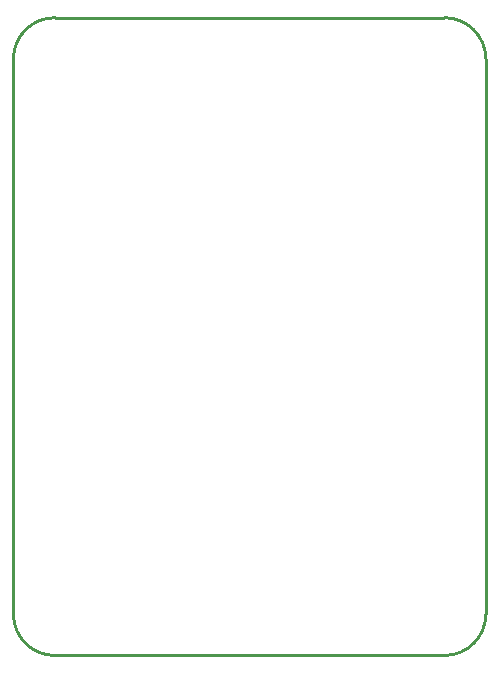
<source format=gbr>
G04 #@! TF.GenerationSoftware,KiCad,Pcbnew,(5.1.8)-1*
G04 #@! TF.CreationDate,2021-01-06T21:59:08-05:00*
G04 #@! TF.ProjectId,Square Wave Generator,53717561-7265-4205-9761-76652047656e,rev?*
G04 #@! TF.SameCoordinates,Original*
G04 #@! TF.FileFunction,Profile,NP*
%FSLAX46Y46*%
G04 Gerber Fmt 4.6, Leading zero omitted, Abs format (unit mm)*
G04 Created by KiCad (PCBNEW (5.1.8)-1) date 2021-01-06 21:59:08*
%MOMM*%
%LPD*%
G01*
G04 APERTURE LIST*
G04 #@! TA.AperFunction,Profile*
%ADD10C,0.254000*%
G04 #@! TD*
G04 APERTURE END LIST*
D10*
X120000000Y-123500000D02*
G75*
G02*
X116500000Y-127000000I-3500000J0D01*
G01*
X83500000Y-127000000D02*
G75*
G02*
X80000000Y-123500000I0J3500000D01*
G01*
X116500000Y-73000000D02*
G75*
G02*
X120000000Y-76500000I0J-3500000D01*
G01*
X80000000Y-76500000D02*
G75*
G02*
X83500000Y-73000000I3500000J0D01*
G01*
X83500000Y-127000000D02*
X116500000Y-127000000D01*
X120000000Y-76500000D02*
X120000000Y-123500000D01*
X83500000Y-73000000D02*
X116500000Y-73000000D01*
X80000000Y-76500000D02*
X80000000Y-123500000D01*
M02*

</source>
